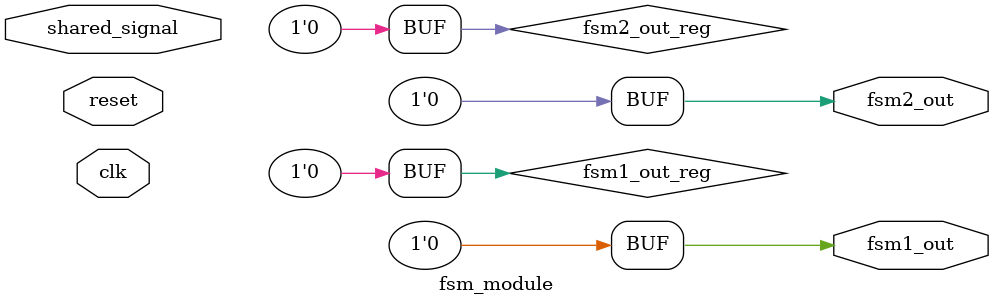
<source format=v>
module fsm_module (
    input clk,
    input reset,
    input shared_signal,
    output fsm1_out,
    output fsm2_out
);

parameter [1:0] IDLE = 2'b00;
parameter [1:0] STATE1 = 2'b01;
parameter [1:0] STATE2 = 2'b10;
parameter [1:0] DEADLOCK_STATE = 2'b11; // Step 1: Added deadlock state

reg [1:0] current_state_fsm1 = IDLE;
reg [1:0] current_state_fsm2 = IDLE;

reg [1:0] next_state_fsm1 = IDLE;
reg [1:0] next_state_fsm2 = IDLE;

reg fsm1_out_reg = 0;
reg fsm2_out_reg = 0;

reg shared_signal_reg = 0;
wire shared_signal_r = shared_signal_reg;

// FSM1 - CWE 364

always @(posedge clk, posedge reset) begin
    if (reset) begin
        current_state_fsm1 <= IDLE;
    end else begin
        current_state_fsm1 <= next_state_fsm1;
    end
end

always @(*) begin
    next_state_fsm1 = current_state_fsm1;
    case (current_state_fsm1)
        IDLE: begin
            if (shared_signal_reg) begin
                next_state_fsm1 = STATE1;
            end else begin
                next_state_fsm1 = STATE2;
            end
        end
        STATE1: begin
            next_state_fsm1 = IDLE;
        end
        STATE2: begin
            next_state_fsm1 = IDLE;
        end
        DEADLOCK_STATE: begin // Step 3: Added deadlock state with self-connecting loop
            next_state_fsm1 = DEADLOCK_STATE;
        end
    endcase
end

// FSM2 - CWE 364

always @(posedge clk, posedge reset) begin
    if (reset) begin
        current_state_fsm2 <= IDLE;
    end else begin
        current_state_fsm2 <= next_state_fsm2;
    end
end

always @(*) begin
    next_state_fsm2 = current_state_fsm2;
    case (current_state_fsm2)
        IDLE: begin
            if (shared_signal_reg) begin
                next_state_fsm2 = STATE1;
            end else begin
                next_state_fsm2 = STATE2;
            end
        end
        STATE1: begin
            next_state_fsm2 = STATE2;
        end
        STATE2: begin
            next_state_fsm2 = IDLE;
        end
        DEADLOCK_STATE: begin // Step 3: Added deadlock state with self-connecting loop
            next_state_fsm2 = DEADLOCK_STATE;
        end
    endcase
end

always @(posedge clk) begin
    shared_signal_reg <= shared_signal;
end

assign fsm1_out = fsm1_out_reg;
assign fsm2_out = fsm2_out_reg;

// Mitigation of the code: proper synchronization of the shared_signal using shared_signal_reg instead of shared_signal_r

endmodule
</source>
